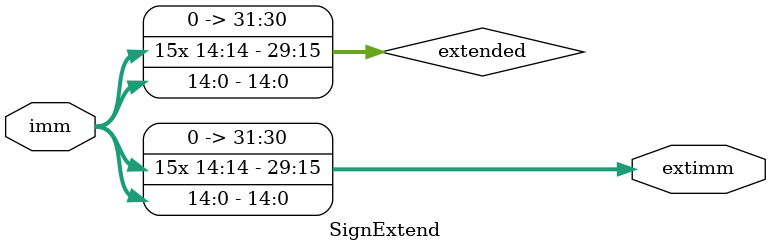
<source format=v>
`timescale 1ns / 1ps


module SignExtend(
    input [14:0] imm,
    output [31:0] extimm
    );
    
    reg[31:0] extended;
    
    assign extimm = extended;
    
    always@(*) begin
        extended[31:0] <= { { 15{imm[14]}}, imm[14:0] };
    end
    
        
endmodule

</source>
